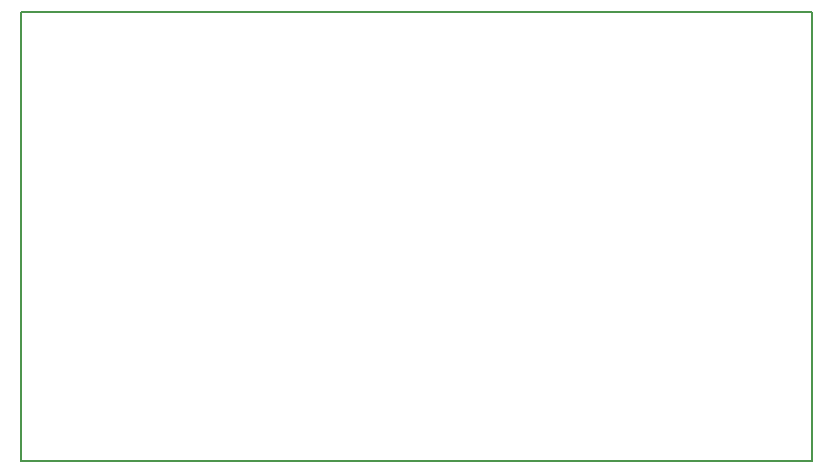
<source format=gm1>
G04 #@! TF.GenerationSoftware,KiCad,Pcbnew,5.0.0*
G04 #@! TF.CreationDate,2018-10-27T20:33:49+02:00*
G04 #@! TF.ProjectId,SimpleBatDetector,53696D706C654261744465746563746F,rev?*
G04 #@! TF.SameCoordinates,Original*
G04 #@! TF.FileFunction,Profile,NP*
%FSLAX46Y46*%
G04 Gerber Fmt 4.6, Leading zero omitted, Abs format (unit mm)*
G04 Created by KiCad (PCBNEW 5.0.0) date Sat Oct 27 20:33:49 2018*
%MOMM*%
%LPD*%
G01*
G04 APERTURE LIST*
%ADD10C,0.150000*%
G04 APERTURE END LIST*
D10*
X70000000Y-90000000D02*
X70000000Y-52000000D01*
X137000000Y-90000000D02*
X70000000Y-90000000D01*
X137000000Y-52000000D02*
X137000000Y-90000000D01*
X70000000Y-52000000D02*
X137000000Y-52000000D01*
M02*

</source>
